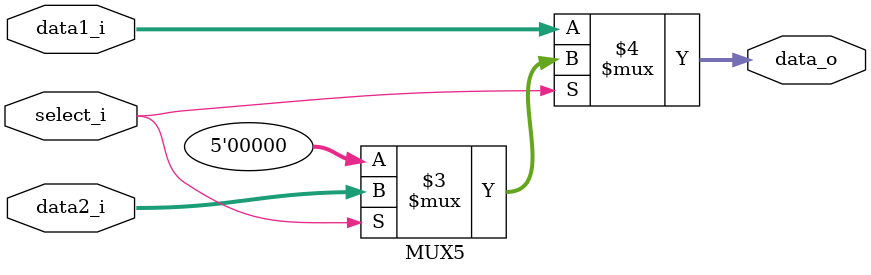
<source format=v>
module MUX5
(
    data1_i,
    data2_i,
    select_i,
    data_o
);

input   [4:0]       data1_i, data2_i;
input				select_i;
output  [4:0]       data_o;

assign data_o = (select_i == 1'b0) ? data1_i:
				(select_i == 1'b1) ? data2_i:
				5'b0;
endmodule

</source>
